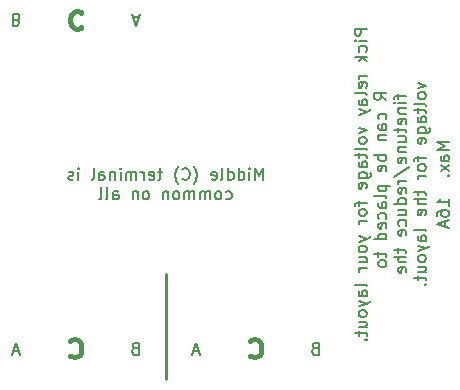
<source format=gbo>
G04 #@! TF.GenerationSoftware,KiCad,Pcbnew,(5.1.4)-1*
G04 #@! TF.CreationDate,2019-09-09T12:01:52+02:00*
G04 #@! TF.ProjectId,SwitchRelay,53776974-6368-4526-956c-61792e6b6963,1.0*
G04 #@! TF.SameCoordinates,Original*
G04 #@! TF.FileFunction,Legend,Bot*
G04 #@! TF.FilePolarity,Positive*
%FSLAX46Y46*%
G04 Gerber Fmt 4.6, Leading zero omitted, Abs format (unit mm)*
G04 Created by KiCad (PCBNEW (5.1.4)-1) date 2019-09-09 12:01:52*
%MOMM*%
%LPD*%
G04 APERTURE LIST*
%ADD10C,0.254000*%
%ADD11C,0.150000*%
%ADD12C,0.381000*%
%ADD13C,0.152400*%
G04 APERTURE END LIST*
D10*
X141605000Y-132715000D02*
X141605000Y-123825000D01*
D11*
X138993571Y-130103571D02*
X138850714Y-130151190D01*
X138803095Y-130198809D01*
X138755476Y-130294047D01*
X138755476Y-130436904D01*
X138803095Y-130532142D01*
X138850714Y-130579761D01*
X138945952Y-130627380D01*
X139326904Y-130627380D01*
X139326904Y-129627380D01*
X138993571Y-129627380D01*
X138898333Y-129675000D01*
X138850714Y-129722619D01*
X138803095Y-129817857D01*
X138803095Y-129913095D01*
X138850714Y-130008333D01*
X138898333Y-130055952D01*
X138993571Y-130103571D01*
X139326904Y-130103571D01*
X154233571Y-130103571D02*
X154090714Y-130151190D01*
X154043095Y-130198809D01*
X153995476Y-130294047D01*
X153995476Y-130436904D01*
X154043095Y-130532142D01*
X154090714Y-130579761D01*
X154185952Y-130627380D01*
X154566904Y-130627380D01*
X154566904Y-129627380D01*
X154233571Y-129627380D01*
X154138333Y-129675000D01*
X154090714Y-129722619D01*
X154043095Y-129817857D01*
X154043095Y-129913095D01*
X154090714Y-130008333D01*
X154138333Y-130055952D01*
X154233571Y-130103571D01*
X154566904Y-130103571D01*
X128976428Y-102306428D02*
X129119285Y-102258809D01*
X129166904Y-102211190D01*
X129214523Y-102115952D01*
X129214523Y-101973095D01*
X129166904Y-101877857D01*
X129119285Y-101830238D01*
X129024047Y-101782619D01*
X128643095Y-101782619D01*
X128643095Y-102782619D01*
X128976428Y-102782619D01*
X129071666Y-102735000D01*
X129119285Y-102687380D01*
X129166904Y-102592142D01*
X129166904Y-102496904D01*
X129119285Y-102401666D01*
X129071666Y-102354047D01*
X128976428Y-102306428D01*
X128643095Y-102306428D01*
X138826904Y-102068333D02*
X139303095Y-102068333D01*
X138731666Y-101782619D02*
X139065000Y-102782619D01*
X139398333Y-101782619D01*
X129143095Y-130341666D02*
X128666904Y-130341666D01*
X129238333Y-130627380D02*
X128905000Y-129627380D01*
X128571666Y-130627380D01*
X144383095Y-130341666D02*
X143906904Y-130341666D01*
X144478333Y-130627380D02*
X144145000Y-129627380D01*
X143811666Y-130627380D01*
X165552380Y-112633571D02*
X164552380Y-112633571D01*
X165266666Y-112966904D01*
X164552380Y-113300238D01*
X165552380Y-113300238D01*
X165552380Y-114205000D02*
X165028571Y-114205000D01*
X164933333Y-114157380D01*
X164885714Y-114062142D01*
X164885714Y-113871666D01*
X164933333Y-113776428D01*
X165504761Y-114205000D02*
X165552380Y-114109761D01*
X165552380Y-113871666D01*
X165504761Y-113776428D01*
X165409523Y-113728809D01*
X165314285Y-113728809D01*
X165219047Y-113776428D01*
X165171428Y-113871666D01*
X165171428Y-114109761D01*
X165123809Y-114205000D01*
X165552380Y-114585952D02*
X164885714Y-115109761D01*
X164885714Y-114585952D02*
X165552380Y-115109761D01*
X165457142Y-115490714D02*
X165504761Y-115538333D01*
X165552380Y-115490714D01*
X165504761Y-115443095D01*
X165457142Y-115490714D01*
X165552380Y-115490714D01*
X165552380Y-118014523D02*
X165552380Y-117443095D01*
X165552380Y-117728809D02*
X164552380Y-117728809D01*
X164695238Y-117633571D01*
X164790476Y-117538333D01*
X164838095Y-117443095D01*
X164552380Y-118871666D02*
X164552380Y-118681190D01*
X164600000Y-118585952D01*
X164647619Y-118538333D01*
X164790476Y-118443095D01*
X164980952Y-118395476D01*
X165361904Y-118395476D01*
X165457142Y-118443095D01*
X165504761Y-118490714D01*
X165552380Y-118585952D01*
X165552380Y-118776428D01*
X165504761Y-118871666D01*
X165457142Y-118919285D01*
X165361904Y-118966904D01*
X165123809Y-118966904D01*
X165028571Y-118919285D01*
X164980952Y-118871666D01*
X164933333Y-118776428D01*
X164933333Y-118585952D01*
X164980952Y-118490714D01*
X165028571Y-118443095D01*
X165123809Y-118395476D01*
X165266666Y-119347857D02*
X165266666Y-119824047D01*
X165552380Y-119252619D02*
X164552380Y-119585952D01*
X165552380Y-119919285D01*
X149819285Y-115832380D02*
X149819285Y-114832380D01*
X149485952Y-115546666D01*
X149152619Y-114832380D01*
X149152619Y-115832380D01*
X148676428Y-115832380D02*
X148676428Y-115165714D01*
X148676428Y-114832380D02*
X148724047Y-114880000D01*
X148676428Y-114927619D01*
X148628809Y-114880000D01*
X148676428Y-114832380D01*
X148676428Y-114927619D01*
X147771666Y-115832380D02*
X147771666Y-114832380D01*
X147771666Y-115784761D02*
X147866904Y-115832380D01*
X148057380Y-115832380D01*
X148152619Y-115784761D01*
X148200238Y-115737142D01*
X148247857Y-115641904D01*
X148247857Y-115356190D01*
X148200238Y-115260952D01*
X148152619Y-115213333D01*
X148057380Y-115165714D01*
X147866904Y-115165714D01*
X147771666Y-115213333D01*
X146866904Y-115832380D02*
X146866904Y-114832380D01*
X146866904Y-115784761D02*
X146962142Y-115832380D01*
X147152619Y-115832380D01*
X147247857Y-115784761D01*
X147295476Y-115737142D01*
X147343095Y-115641904D01*
X147343095Y-115356190D01*
X147295476Y-115260952D01*
X147247857Y-115213333D01*
X147152619Y-115165714D01*
X146962142Y-115165714D01*
X146866904Y-115213333D01*
X146247857Y-115832380D02*
X146343095Y-115784761D01*
X146390714Y-115689523D01*
X146390714Y-114832380D01*
X145485952Y-115784761D02*
X145581190Y-115832380D01*
X145771666Y-115832380D01*
X145866904Y-115784761D01*
X145914523Y-115689523D01*
X145914523Y-115308571D01*
X145866904Y-115213333D01*
X145771666Y-115165714D01*
X145581190Y-115165714D01*
X145485952Y-115213333D01*
X145438333Y-115308571D01*
X145438333Y-115403809D01*
X145914523Y-115499047D01*
X143962142Y-116213333D02*
X144009761Y-116165714D01*
X144105000Y-116022857D01*
X144152619Y-115927619D01*
X144200238Y-115784761D01*
X144247857Y-115546666D01*
X144247857Y-115356190D01*
X144200238Y-115118095D01*
X144152619Y-114975238D01*
X144105000Y-114880000D01*
X144009761Y-114737142D01*
X143962142Y-114689523D01*
X143009761Y-115737142D02*
X143057380Y-115784761D01*
X143200238Y-115832380D01*
X143295476Y-115832380D01*
X143438333Y-115784761D01*
X143533571Y-115689523D01*
X143581190Y-115594285D01*
X143628809Y-115403809D01*
X143628809Y-115260952D01*
X143581190Y-115070476D01*
X143533571Y-114975238D01*
X143438333Y-114880000D01*
X143295476Y-114832380D01*
X143200238Y-114832380D01*
X143057380Y-114880000D01*
X143009761Y-114927619D01*
X142676428Y-116213333D02*
X142628809Y-116165714D01*
X142533571Y-116022857D01*
X142485952Y-115927619D01*
X142438333Y-115784761D01*
X142390714Y-115546666D01*
X142390714Y-115356190D01*
X142438333Y-115118095D01*
X142485952Y-114975238D01*
X142533571Y-114880000D01*
X142628809Y-114737142D01*
X142676428Y-114689523D01*
X141295476Y-115165714D02*
X140914523Y-115165714D01*
X141152619Y-114832380D02*
X141152619Y-115689523D01*
X141105000Y-115784761D01*
X141009761Y-115832380D01*
X140914523Y-115832380D01*
X140200238Y-115784761D02*
X140295476Y-115832380D01*
X140485952Y-115832380D01*
X140581190Y-115784761D01*
X140628809Y-115689523D01*
X140628809Y-115308571D01*
X140581190Y-115213333D01*
X140485952Y-115165714D01*
X140295476Y-115165714D01*
X140200238Y-115213333D01*
X140152619Y-115308571D01*
X140152619Y-115403809D01*
X140628809Y-115499047D01*
X139724047Y-115832380D02*
X139724047Y-115165714D01*
X139724047Y-115356190D02*
X139676428Y-115260952D01*
X139628809Y-115213333D01*
X139533571Y-115165714D01*
X139438333Y-115165714D01*
X139105000Y-115832380D02*
X139105000Y-115165714D01*
X139105000Y-115260952D02*
X139057380Y-115213333D01*
X138962142Y-115165714D01*
X138819285Y-115165714D01*
X138724047Y-115213333D01*
X138676428Y-115308571D01*
X138676428Y-115832380D01*
X138676428Y-115308571D02*
X138628809Y-115213333D01*
X138533571Y-115165714D01*
X138390714Y-115165714D01*
X138295476Y-115213333D01*
X138247857Y-115308571D01*
X138247857Y-115832380D01*
X137771666Y-115832380D02*
X137771666Y-115165714D01*
X137771666Y-114832380D02*
X137819285Y-114880000D01*
X137771666Y-114927619D01*
X137724047Y-114880000D01*
X137771666Y-114832380D01*
X137771666Y-114927619D01*
X137295476Y-115165714D02*
X137295476Y-115832380D01*
X137295476Y-115260952D02*
X137247857Y-115213333D01*
X137152619Y-115165714D01*
X137009761Y-115165714D01*
X136914523Y-115213333D01*
X136866904Y-115308571D01*
X136866904Y-115832380D01*
X135962142Y-115832380D02*
X135962142Y-115308571D01*
X136009761Y-115213333D01*
X136105000Y-115165714D01*
X136295476Y-115165714D01*
X136390714Y-115213333D01*
X135962142Y-115784761D02*
X136057380Y-115832380D01*
X136295476Y-115832380D01*
X136390714Y-115784761D01*
X136438333Y-115689523D01*
X136438333Y-115594285D01*
X136390714Y-115499047D01*
X136295476Y-115451428D01*
X136057380Y-115451428D01*
X135962142Y-115403809D01*
X135343095Y-115832380D02*
X135438333Y-115784761D01*
X135485952Y-115689523D01*
X135485952Y-114832380D01*
X134200238Y-115832380D02*
X134200238Y-115165714D01*
X134200238Y-114832380D02*
X134247857Y-114880000D01*
X134200238Y-114927619D01*
X134152619Y-114880000D01*
X134200238Y-114832380D01*
X134200238Y-114927619D01*
X133771666Y-115784761D02*
X133676428Y-115832380D01*
X133485952Y-115832380D01*
X133390714Y-115784761D01*
X133343095Y-115689523D01*
X133343095Y-115641904D01*
X133390714Y-115546666D01*
X133485952Y-115499047D01*
X133628809Y-115499047D01*
X133724047Y-115451428D01*
X133771666Y-115356190D01*
X133771666Y-115308571D01*
X133724047Y-115213333D01*
X133628809Y-115165714D01*
X133485952Y-115165714D01*
X133390714Y-115213333D01*
X146700238Y-117434761D02*
X146795476Y-117482380D01*
X146985952Y-117482380D01*
X147081190Y-117434761D01*
X147128809Y-117387142D01*
X147176428Y-117291904D01*
X147176428Y-117006190D01*
X147128809Y-116910952D01*
X147081190Y-116863333D01*
X146985952Y-116815714D01*
X146795476Y-116815714D01*
X146700238Y-116863333D01*
X146128809Y-117482380D02*
X146224047Y-117434761D01*
X146271666Y-117387142D01*
X146319285Y-117291904D01*
X146319285Y-117006190D01*
X146271666Y-116910952D01*
X146224047Y-116863333D01*
X146128809Y-116815714D01*
X145985952Y-116815714D01*
X145890714Y-116863333D01*
X145843095Y-116910952D01*
X145795476Y-117006190D01*
X145795476Y-117291904D01*
X145843095Y-117387142D01*
X145890714Y-117434761D01*
X145985952Y-117482380D01*
X146128809Y-117482380D01*
X145366904Y-117482380D02*
X145366904Y-116815714D01*
X145366904Y-116910952D02*
X145319285Y-116863333D01*
X145224047Y-116815714D01*
X145081190Y-116815714D01*
X144985952Y-116863333D01*
X144938333Y-116958571D01*
X144938333Y-117482380D01*
X144938333Y-116958571D02*
X144890714Y-116863333D01*
X144795476Y-116815714D01*
X144652619Y-116815714D01*
X144557380Y-116863333D01*
X144509761Y-116958571D01*
X144509761Y-117482380D01*
X144033571Y-117482380D02*
X144033571Y-116815714D01*
X144033571Y-116910952D02*
X143985952Y-116863333D01*
X143890714Y-116815714D01*
X143747857Y-116815714D01*
X143652619Y-116863333D01*
X143604999Y-116958571D01*
X143604999Y-117482380D01*
X143604999Y-116958571D02*
X143557380Y-116863333D01*
X143462142Y-116815714D01*
X143319285Y-116815714D01*
X143224047Y-116863333D01*
X143176428Y-116958571D01*
X143176428Y-117482380D01*
X142557380Y-117482380D02*
X142652619Y-117434761D01*
X142700238Y-117387142D01*
X142747857Y-117291904D01*
X142747857Y-117006190D01*
X142700238Y-116910952D01*
X142652619Y-116863333D01*
X142557380Y-116815714D01*
X142414523Y-116815714D01*
X142319285Y-116863333D01*
X142271666Y-116910952D01*
X142224047Y-117006190D01*
X142224047Y-117291904D01*
X142271666Y-117387142D01*
X142319285Y-117434761D01*
X142414523Y-117482380D01*
X142557380Y-117482380D01*
X141795476Y-116815714D02*
X141795476Y-117482380D01*
X141795476Y-116910952D02*
X141747857Y-116863333D01*
X141652619Y-116815714D01*
X141509761Y-116815714D01*
X141414523Y-116863333D01*
X141366904Y-116958571D01*
X141366904Y-117482380D01*
X139985952Y-117482380D02*
X140081190Y-117434761D01*
X140128809Y-117387142D01*
X140176428Y-117291904D01*
X140176428Y-117006190D01*
X140128809Y-116910952D01*
X140081190Y-116863333D01*
X139985952Y-116815714D01*
X139843095Y-116815714D01*
X139747857Y-116863333D01*
X139700238Y-116910952D01*
X139652619Y-117006190D01*
X139652619Y-117291904D01*
X139700238Y-117387142D01*
X139747857Y-117434761D01*
X139843095Y-117482380D01*
X139985952Y-117482380D01*
X139224047Y-116815714D02*
X139224047Y-117482380D01*
X139224047Y-116910952D02*
X139176428Y-116863333D01*
X139081190Y-116815714D01*
X138938333Y-116815714D01*
X138843095Y-116863333D01*
X138795476Y-116958571D01*
X138795476Y-117482380D01*
X137128809Y-117482380D02*
X137128809Y-116958571D01*
X137176428Y-116863333D01*
X137271666Y-116815714D01*
X137462142Y-116815714D01*
X137557380Y-116863333D01*
X137128809Y-117434761D02*
X137224047Y-117482380D01*
X137462142Y-117482380D01*
X137557380Y-117434761D01*
X137604999Y-117339523D01*
X137604999Y-117244285D01*
X137557380Y-117149047D01*
X137462142Y-117101428D01*
X137224047Y-117101428D01*
X137128809Y-117053809D01*
X136509761Y-117482380D02*
X136604999Y-117434761D01*
X136652619Y-117339523D01*
X136652619Y-116482380D01*
X135985952Y-117482380D02*
X136081190Y-117434761D01*
X136128809Y-117339523D01*
X136128809Y-116482380D01*
D12*
X133513285Y-130719285D02*
X133585857Y-130791857D01*
X133803571Y-130864428D01*
X133948714Y-130864428D01*
X134166428Y-130791857D01*
X134311571Y-130646714D01*
X134384142Y-130501571D01*
X134456714Y-130211285D01*
X134456714Y-129993571D01*
X134384142Y-129703285D01*
X134311571Y-129558142D01*
X134166428Y-129413000D01*
X133948714Y-129340428D01*
X133803571Y-129340428D01*
X133585857Y-129413000D01*
X133513285Y-129485571D01*
X148753285Y-130719285D02*
X148825857Y-130791857D01*
X149043571Y-130864428D01*
X149188714Y-130864428D01*
X149406428Y-130791857D01*
X149551571Y-130646714D01*
X149624142Y-130501571D01*
X149696714Y-130211285D01*
X149696714Y-129993571D01*
X149624142Y-129703285D01*
X149551571Y-129558142D01*
X149406428Y-129413000D01*
X149188714Y-129340428D01*
X149043571Y-129340428D01*
X148825857Y-129413000D01*
X148753285Y-129485571D01*
X134456714Y-101690714D02*
X134384142Y-101618142D01*
X134166428Y-101545571D01*
X134021285Y-101545571D01*
X133803571Y-101618142D01*
X133658428Y-101763285D01*
X133585857Y-101908428D01*
X133513285Y-102198714D01*
X133513285Y-102416428D01*
X133585857Y-102706714D01*
X133658428Y-102851857D01*
X133803571Y-102997000D01*
X134021285Y-103069571D01*
X134166428Y-103069571D01*
X134384142Y-102997000D01*
X134456714Y-102924428D01*
D13*
X158600019Y-103045380D02*
X157584019Y-103045380D01*
X157584019Y-103432428D01*
X157632400Y-103529190D01*
X157680780Y-103577571D01*
X157777542Y-103625952D01*
X157922685Y-103625952D01*
X158019447Y-103577571D01*
X158067828Y-103529190D01*
X158116209Y-103432428D01*
X158116209Y-103045380D01*
X158600019Y-104061380D02*
X157922685Y-104061380D01*
X157584019Y-104061380D02*
X157632400Y-104013000D01*
X157680780Y-104061380D01*
X157632400Y-104109761D01*
X157584019Y-104061380D01*
X157680780Y-104061380D01*
X158551638Y-104980619D02*
X158600019Y-104883857D01*
X158600019Y-104690333D01*
X158551638Y-104593571D01*
X158503257Y-104545190D01*
X158406495Y-104496809D01*
X158116209Y-104496809D01*
X158019447Y-104545190D01*
X157971066Y-104593571D01*
X157922685Y-104690333D01*
X157922685Y-104883857D01*
X157971066Y-104980619D01*
X158600019Y-105416047D02*
X157584019Y-105416047D01*
X158212971Y-105512809D02*
X158600019Y-105803095D01*
X157922685Y-105803095D02*
X158309733Y-105416047D01*
X158600019Y-107012619D02*
X157922685Y-107012619D01*
X158116209Y-107012619D02*
X158019447Y-107061000D01*
X157971066Y-107109380D01*
X157922685Y-107206142D01*
X157922685Y-107302904D01*
X158551638Y-108028619D02*
X158600019Y-107931857D01*
X158600019Y-107738333D01*
X158551638Y-107641571D01*
X158454876Y-107593190D01*
X158067828Y-107593190D01*
X157971066Y-107641571D01*
X157922685Y-107738333D01*
X157922685Y-107931857D01*
X157971066Y-108028619D01*
X158067828Y-108077000D01*
X158164590Y-108077000D01*
X158261352Y-107593190D01*
X158600019Y-108657571D02*
X158551638Y-108560809D01*
X158454876Y-108512428D01*
X157584019Y-108512428D01*
X158600019Y-109480047D02*
X158067828Y-109480047D01*
X157971066Y-109431666D01*
X157922685Y-109334904D01*
X157922685Y-109141380D01*
X157971066Y-109044619D01*
X158551638Y-109480047D02*
X158600019Y-109383285D01*
X158600019Y-109141380D01*
X158551638Y-109044619D01*
X158454876Y-108996238D01*
X158358114Y-108996238D01*
X158261352Y-109044619D01*
X158212971Y-109141380D01*
X158212971Y-109383285D01*
X158164590Y-109480047D01*
X157922685Y-109867095D02*
X158600019Y-110109000D01*
X157922685Y-110350904D02*
X158600019Y-110109000D01*
X158841923Y-110012238D01*
X158890304Y-109963857D01*
X158938685Y-109867095D01*
X157922685Y-111415285D02*
X158600019Y-111657190D01*
X157922685Y-111899095D01*
X158600019Y-112431285D02*
X158551638Y-112334523D01*
X158503257Y-112286142D01*
X158406495Y-112237761D01*
X158116209Y-112237761D01*
X158019447Y-112286142D01*
X157971066Y-112334523D01*
X157922685Y-112431285D01*
X157922685Y-112576428D01*
X157971066Y-112673190D01*
X158019447Y-112721571D01*
X158116209Y-112769952D01*
X158406495Y-112769952D01*
X158503257Y-112721571D01*
X158551638Y-112673190D01*
X158600019Y-112576428D01*
X158600019Y-112431285D01*
X158600019Y-113350523D02*
X158551638Y-113253761D01*
X158454876Y-113205380D01*
X157584019Y-113205380D01*
X157922685Y-113592428D02*
X157922685Y-113979476D01*
X157584019Y-113737571D02*
X158454876Y-113737571D01*
X158551638Y-113785952D01*
X158600019Y-113882714D01*
X158600019Y-113979476D01*
X158600019Y-114753571D02*
X158067828Y-114753571D01*
X157971066Y-114705190D01*
X157922685Y-114608428D01*
X157922685Y-114414904D01*
X157971066Y-114318142D01*
X158551638Y-114753571D02*
X158600019Y-114656809D01*
X158600019Y-114414904D01*
X158551638Y-114318142D01*
X158454876Y-114269761D01*
X158358114Y-114269761D01*
X158261352Y-114318142D01*
X158212971Y-114414904D01*
X158212971Y-114656809D01*
X158164590Y-114753571D01*
X157922685Y-115672809D02*
X158745161Y-115672809D01*
X158841923Y-115624428D01*
X158890304Y-115576047D01*
X158938685Y-115479285D01*
X158938685Y-115334142D01*
X158890304Y-115237380D01*
X158551638Y-115672809D02*
X158600019Y-115576047D01*
X158600019Y-115382523D01*
X158551638Y-115285761D01*
X158503257Y-115237380D01*
X158406495Y-115189000D01*
X158116209Y-115189000D01*
X158019447Y-115237380D01*
X157971066Y-115285761D01*
X157922685Y-115382523D01*
X157922685Y-115576047D01*
X157971066Y-115672809D01*
X158551638Y-116543666D02*
X158600019Y-116446904D01*
X158600019Y-116253380D01*
X158551638Y-116156619D01*
X158454876Y-116108238D01*
X158067828Y-116108238D01*
X157971066Y-116156619D01*
X157922685Y-116253380D01*
X157922685Y-116446904D01*
X157971066Y-116543666D01*
X158067828Y-116592047D01*
X158164590Y-116592047D01*
X158261352Y-116108238D01*
X157922685Y-117656428D02*
X157922685Y-118043476D01*
X158600019Y-117801571D02*
X157729161Y-117801571D01*
X157632400Y-117849952D01*
X157584019Y-117946714D01*
X157584019Y-118043476D01*
X158600019Y-118527285D02*
X158551638Y-118430523D01*
X158503257Y-118382142D01*
X158406495Y-118333761D01*
X158116209Y-118333761D01*
X158019447Y-118382142D01*
X157971066Y-118430523D01*
X157922685Y-118527285D01*
X157922685Y-118672428D01*
X157971066Y-118769190D01*
X158019447Y-118817571D01*
X158116209Y-118865952D01*
X158406495Y-118865952D01*
X158503257Y-118817571D01*
X158551638Y-118769190D01*
X158600019Y-118672428D01*
X158600019Y-118527285D01*
X158600019Y-119301380D02*
X157922685Y-119301380D01*
X158116209Y-119301380D02*
X158019447Y-119349761D01*
X157971066Y-119398142D01*
X157922685Y-119494904D01*
X157922685Y-119591666D01*
X157922685Y-120607666D02*
X158600019Y-120849571D01*
X157922685Y-121091476D02*
X158600019Y-120849571D01*
X158841923Y-120752809D01*
X158890304Y-120704428D01*
X158938685Y-120607666D01*
X158600019Y-121623666D02*
X158551638Y-121526904D01*
X158503257Y-121478523D01*
X158406495Y-121430142D01*
X158116209Y-121430142D01*
X158019447Y-121478523D01*
X157971066Y-121526904D01*
X157922685Y-121623666D01*
X157922685Y-121768809D01*
X157971066Y-121865571D01*
X158019447Y-121913952D01*
X158116209Y-121962333D01*
X158406495Y-121962333D01*
X158503257Y-121913952D01*
X158551638Y-121865571D01*
X158600019Y-121768809D01*
X158600019Y-121623666D01*
X157922685Y-122833190D02*
X158600019Y-122833190D01*
X157922685Y-122397761D02*
X158454876Y-122397761D01*
X158551638Y-122446142D01*
X158600019Y-122542904D01*
X158600019Y-122688047D01*
X158551638Y-122784809D01*
X158503257Y-122833190D01*
X158600019Y-123317000D02*
X157922685Y-123317000D01*
X158116209Y-123317000D02*
X158019447Y-123365380D01*
X157971066Y-123413761D01*
X157922685Y-123510523D01*
X157922685Y-123607285D01*
X158600019Y-124865190D02*
X158551638Y-124768428D01*
X158454876Y-124720047D01*
X157584019Y-124720047D01*
X158600019Y-125687666D02*
X158067828Y-125687666D01*
X157971066Y-125639285D01*
X157922685Y-125542523D01*
X157922685Y-125349000D01*
X157971066Y-125252238D01*
X158551638Y-125687666D02*
X158600019Y-125590904D01*
X158600019Y-125349000D01*
X158551638Y-125252238D01*
X158454876Y-125203857D01*
X158358114Y-125203857D01*
X158261352Y-125252238D01*
X158212971Y-125349000D01*
X158212971Y-125590904D01*
X158164590Y-125687666D01*
X157922685Y-126074714D02*
X158600019Y-126316619D01*
X157922685Y-126558523D02*
X158600019Y-126316619D01*
X158841923Y-126219857D01*
X158890304Y-126171476D01*
X158938685Y-126074714D01*
X158600019Y-127090714D02*
X158551638Y-126993952D01*
X158503257Y-126945571D01*
X158406495Y-126897190D01*
X158116209Y-126897190D01*
X158019447Y-126945571D01*
X157971066Y-126993952D01*
X157922685Y-127090714D01*
X157922685Y-127235857D01*
X157971066Y-127332619D01*
X158019447Y-127381000D01*
X158116209Y-127429380D01*
X158406495Y-127429380D01*
X158503257Y-127381000D01*
X158551638Y-127332619D01*
X158600019Y-127235857D01*
X158600019Y-127090714D01*
X157922685Y-128300238D02*
X158600019Y-128300238D01*
X157922685Y-127864809D02*
X158454876Y-127864809D01*
X158551638Y-127913190D01*
X158600019Y-128009952D01*
X158600019Y-128155095D01*
X158551638Y-128251857D01*
X158503257Y-128300238D01*
X157922685Y-128638904D02*
X157922685Y-129025952D01*
X157584019Y-128784047D02*
X158454876Y-128784047D01*
X158551638Y-128832428D01*
X158600019Y-128929190D01*
X158600019Y-129025952D01*
X158503257Y-129364619D02*
X158551638Y-129413000D01*
X158600019Y-129364619D01*
X158551638Y-129316238D01*
X158503257Y-129364619D01*
X158600019Y-129364619D01*
X160276419Y-109068809D02*
X159792609Y-108730142D01*
X160276419Y-108488238D02*
X159260419Y-108488238D01*
X159260419Y-108875285D01*
X159308800Y-108972047D01*
X159357180Y-109020428D01*
X159453942Y-109068809D01*
X159599085Y-109068809D01*
X159695847Y-109020428D01*
X159744228Y-108972047D01*
X159792609Y-108875285D01*
X159792609Y-108488238D01*
X160228038Y-110713761D02*
X160276419Y-110617000D01*
X160276419Y-110423476D01*
X160228038Y-110326714D01*
X160179657Y-110278333D01*
X160082895Y-110229952D01*
X159792609Y-110229952D01*
X159695847Y-110278333D01*
X159647466Y-110326714D01*
X159599085Y-110423476D01*
X159599085Y-110617000D01*
X159647466Y-110713761D01*
X160276419Y-111584619D02*
X159744228Y-111584619D01*
X159647466Y-111536238D01*
X159599085Y-111439476D01*
X159599085Y-111245952D01*
X159647466Y-111149190D01*
X160228038Y-111584619D02*
X160276419Y-111487857D01*
X160276419Y-111245952D01*
X160228038Y-111149190D01*
X160131276Y-111100809D01*
X160034514Y-111100809D01*
X159937752Y-111149190D01*
X159889371Y-111245952D01*
X159889371Y-111487857D01*
X159840990Y-111584619D01*
X159599085Y-112068428D02*
X160276419Y-112068428D01*
X159695847Y-112068428D02*
X159647466Y-112116809D01*
X159599085Y-112213571D01*
X159599085Y-112358714D01*
X159647466Y-112455476D01*
X159744228Y-112503857D01*
X160276419Y-112503857D01*
X160276419Y-113761761D02*
X159260419Y-113761761D01*
X159647466Y-113761761D02*
X159599085Y-113858523D01*
X159599085Y-114052047D01*
X159647466Y-114148809D01*
X159695847Y-114197190D01*
X159792609Y-114245571D01*
X160082895Y-114245571D01*
X160179657Y-114197190D01*
X160228038Y-114148809D01*
X160276419Y-114052047D01*
X160276419Y-113858523D01*
X160228038Y-113761761D01*
X160228038Y-115068047D02*
X160276419Y-114971285D01*
X160276419Y-114777761D01*
X160228038Y-114681000D01*
X160131276Y-114632619D01*
X159744228Y-114632619D01*
X159647466Y-114681000D01*
X159599085Y-114777761D01*
X159599085Y-114971285D01*
X159647466Y-115068047D01*
X159744228Y-115116428D01*
X159840990Y-115116428D01*
X159937752Y-114632619D01*
X159599085Y-116325952D02*
X160615085Y-116325952D01*
X159647466Y-116325952D02*
X159599085Y-116422714D01*
X159599085Y-116616238D01*
X159647466Y-116713000D01*
X159695847Y-116761380D01*
X159792609Y-116809761D01*
X160082895Y-116809761D01*
X160179657Y-116761380D01*
X160228038Y-116713000D01*
X160276419Y-116616238D01*
X160276419Y-116422714D01*
X160228038Y-116325952D01*
X160276419Y-117390333D02*
X160228038Y-117293571D01*
X160131276Y-117245190D01*
X159260419Y-117245190D01*
X160276419Y-118212809D02*
X159744228Y-118212809D01*
X159647466Y-118164428D01*
X159599085Y-118067666D01*
X159599085Y-117874142D01*
X159647466Y-117777380D01*
X160228038Y-118212809D02*
X160276419Y-118116047D01*
X160276419Y-117874142D01*
X160228038Y-117777380D01*
X160131276Y-117729000D01*
X160034514Y-117729000D01*
X159937752Y-117777380D01*
X159889371Y-117874142D01*
X159889371Y-118116047D01*
X159840990Y-118212809D01*
X160228038Y-119132047D02*
X160276419Y-119035285D01*
X160276419Y-118841761D01*
X160228038Y-118745000D01*
X160179657Y-118696619D01*
X160082895Y-118648238D01*
X159792609Y-118648238D01*
X159695847Y-118696619D01*
X159647466Y-118745000D01*
X159599085Y-118841761D01*
X159599085Y-119035285D01*
X159647466Y-119132047D01*
X160228038Y-119954523D02*
X160276419Y-119857761D01*
X160276419Y-119664238D01*
X160228038Y-119567476D01*
X160131276Y-119519095D01*
X159744228Y-119519095D01*
X159647466Y-119567476D01*
X159599085Y-119664238D01*
X159599085Y-119857761D01*
X159647466Y-119954523D01*
X159744228Y-120002904D01*
X159840990Y-120002904D01*
X159937752Y-119519095D01*
X160276419Y-120873761D02*
X159260419Y-120873761D01*
X160228038Y-120873761D02*
X160276419Y-120777000D01*
X160276419Y-120583476D01*
X160228038Y-120486714D01*
X160179657Y-120438333D01*
X160082895Y-120389952D01*
X159792609Y-120389952D01*
X159695847Y-120438333D01*
X159647466Y-120486714D01*
X159599085Y-120583476D01*
X159599085Y-120777000D01*
X159647466Y-120873761D01*
X159599085Y-121986523D02*
X159599085Y-122373571D01*
X159260419Y-122131666D02*
X160131276Y-122131666D01*
X160228038Y-122180047D01*
X160276419Y-122276809D01*
X160276419Y-122373571D01*
X160276419Y-122857380D02*
X160228038Y-122760619D01*
X160179657Y-122712238D01*
X160082895Y-122663857D01*
X159792609Y-122663857D01*
X159695847Y-122712238D01*
X159647466Y-122760619D01*
X159599085Y-122857380D01*
X159599085Y-123002523D01*
X159647466Y-123099285D01*
X159695847Y-123147666D01*
X159792609Y-123196047D01*
X160082895Y-123196047D01*
X160179657Y-123147666D01*
X160228038Y-123099285D01*
X160276419Y-123002523D01*
X160276419Y-122857380D01*
X161275485Y-108585000D02*
X161275485Y-108972047D01*
X161952819Y-108730142D02*
X161081961Y-108730142D01*
X160985200Y-108778523D01*
X160936819Y-108875285D01*
X160936819Y-108972047D01*
X161952819Y-109310714D02*
X161275485Y-109310714D01*
X160936819Y-109310714D02*
X160985200Y-109262333D01*
X161033580Y-109310714D01*
X160985200Y-109359095D01*
X160936819Y-109310714D01*
X161033580Y-109310714D01*
X161275485Y-109794523D02*
X161952819Y-109794523D01*
X161372247Y-109794523D02*
X161323866Y-109842904D01*
X161275485Y-109939666D01*
X161275485Y-110084809D01*
X161323866Y-110181571D01*
X161420628Y-110229952D01*
X161952819Y-110229952D01*
X161904438Y-111100809D02*
X161952819Y-111004047D01*
X161952819Y-110810523D01*
X161904438Y-110713761D01*
X161807676Y-110665380D01*
X161420628Y-110665380D01*
X161323866Y-110713761D01*
X161275485Y-110810523D01*
X161275485Y-111004047D01*
X161323866Y-111100809D01*
X161420628Y-111149190D01*
X161517390Y-111149190D01*
X161614152Y-110665380D01*
X161275485Y-111439476D02*
X161275485Y-111826523D01*
X160936819Y-111584619D02*
X161807676Y-111584619D01*
X161904438Y-111633000D01*
X161952819Y-111729761D01*
X161952819Y-111826523D01*
X161275485Y-112600619D02*
X161952819Y-112600619D01*
X161275485Y-112165190D02*
X161807676Y-112165190D01*
X161904438Y-112213571D01*
X161952819Y-112310333D01*
X161952819Y-112455476D01*
X161904438Y-112552238D01*
X161856057Y-112600619D01*
X161275485Y-113084428D02*
X161952819Y-113084428D01*
X161372247Y-113084428D02*
X161323866Y-113132809D01*
X161275485Y-113229571D01*
X161275485Y-113374714D01*
X161323866Y-113471476D01*
X161420628Y-113519857D01*
X161952819Y-113519857D01*
X161904438Y-114390714D02*
X161952819Y-114293952D01*
X161952819Y-114100428D01*
X161904438Y-114003666D01*
X161807676Y-113955285D01*
X161420628Y-113955285D01*
X161323866Y-114003666D01*
X161275485Y-114100428D01*
X161275485Y-114293952D01*
X161323866Y-114390714D01*
X161420628Y-114439095D01*
X161517390Y-114439095D01*
X161614152Y-113955285D01*
X160888438Y-115600238D02*
X162194723Y-114729380D01*
X161952819Y-115938904D02*
X161275485Y-115938904D01*
X161469009Y-115938904D02*
X161372247Y-115987285D01*
X161323866Y-116035666D01*
X161275485Y-116132428D01*
X161275485Y-116229190D01*
X161904438Y-116954904D02*
X161952819Y-116858142D01*
X161952819Y-116664619D01*
X161904438Y-116567857D01*
X161807676Y-116519476D01*
X161420628Y-116519476D01*
X161323866Y-116567857D01*
X161275485Y-116664619D01*
X161275485Y-116858142D01*
X161323866Y-116954904D01*
X161420628Y-117003285D01*
X161517390Y-117003285D01*
X161614152Y-116519476D01*
X161952819Y-117874142D02*
X160936819Y-117874142D01*
X161904438Y-117874142D02*
X161952819Y-117777380D01*
X161952819Y-117583857D01*
X161904438Y-117487095D01*
X161856057Y-117438714D01*
X161759295Y-117390333D01*
X161469009Y-117390333D01*
X161372247Y-117438714D01*
X161323866Y-117487095D01*
X161275485Y-117583857D01*
X161275485Y-117777380D01*
X161323866Y-117874142D01*
X161275485Y-118793380D02*
X161952819Y-118793380D01*
X161275485Y-118357952D02*
X161807676Y-118357952D01*
X161904438Y-118406333D01*
X161952819Y-118503095D01*
X161952819Y-118648238D01*
X161904438Y-118745000D01*
X161856057Y-118793380D01*
X161904438Y-119712619D02*
X161952819Y-119615857D01*
X161952819Y-119422333D01*
X161904438Y-119325571D01*
X161856057Y-119277190D01*
X161759295Y-119228809D01*
X161469009Y-119228809D01*
X161372247Y-119277190D01*
X161323866Y-119325571D01*
X161275485Y-119422333D01*
X161275485Y-119615857D01*
X161323866Y-119712619D01*
X161904438Y-120535095D02*
X161952819Y-120438333D01*
X161952819Y-120244809D01*
X161904438Y-120148047D01*
X161807676Y-120099666D01*
X161420628Y-120099666D01*
X161323866Y-120148047D01*
X161275485Y-120244809D01*
X161275485Y-120438333D01*
X161323866Y-120535095D01*
X161420628Y-120583476D01*
X161517390Y-120583476D01*
X161614152Y-120099666D01*
X161275485Y-121647857D02*
X161275485Y-122034904D01*
X160936819Y-121793000D02*
X161807676Y-121793000D01*
X161904438Y-121841380D01*
X161952819Y-121938142D01*
X161952819Y-122034904D01*
X161952819Y-122373571D02*
X160936819Y-122373571D01*
X161952819Y-122809000D02*
X161420628Y-122809000D01*
X161323866Y-122760619D01*
X161275485Y-122663857D01*
X161275485Y-122518714D01*
X161323866Y-122421952D01*
X161372247Y-122373571D01*
X161904438Y-123679857D02*
X161952819Y-123583095D01*
X161952819Y-123389571D01*
X161904438Y-123292809D01*
X161807676Y-123244428D01*
X161420628Y-123244428D01*
X161323866Y-123292809D01*
X161275485Y-123389571D01*
X161275485Y-123583095D01*
X161323866Y-123679857D01*
X161420628Y-123728238D01*
X161517390Y-123728238D01*
X161614152Y-123244428D01*
X162951885Y-107617380D02*
X163629219Y-107859285D01*
X162951885Y-108101190D01*
X163629219Y-108633380D02*
X163580838Y-108536619D01*
X163532457Y-108488238D01*
X163435695Y-108439857D01*
X163145409Y-108439857D01*
X163048647Y-108488238D01*
X163000266Y-108536619D01*
X162951885Y-108633380D01*
X162951885Y-108778523D01*
X163000266Y-108875285D01*
X163048647Y-108923666D01*
X163145409Y-108972047D01*
X163435695Y-108972047D01*
X163532457Y-108923666D01*
X163580838Y-108875285D01*
X163629219Y-108778523D01*
X163629219Y-108633380D01*
X163629219Y-109552619D02*
X163580838Y-109455857D01*
X163484076Y-109407476D01*
X162613219Y-109407476D01*
X162951885Y-109794523D02*
X162951885Y-110181571D01*
X162613219Y-109939666D02*
X163484076Y-109939666D01*
X163580838Y-109988047D01*
X163629219Y-110084809D01*
X163629219Y-110181571D01*
X163629219Y-110955666D02*
X163097028Y-110955666D01*
X163000266Y-110907285D01*
X162951885Y-110810523D01*
X162951885Y-110617000D01*
X163000266Y-110520238D01*
X163580838Y-110955666D02*
X163629219Y-110858904D01*
X163629219Y-110617000D01*
X163580838Y-110520238D01*
X163484076Y-110471857D01*
X163387314Y-110471857D01*
X163290552Y-110520238D01*
X163242171Y-110617000D01*
X163242171Y-110858904D01*
X163193790Y-110955666D01*
X162951885Y-111874904D02*
X163774361Y-111874904D01*
X163871123Y-111826523D01*
X163919504Y-111778142D01*
X163967885Y-111681380D01*
X163967885Y-111536238D01*
X163919504Y-111439476D01*
X163580838Y-111874904D02*
X163629219Y-111778142D01*
X163629219Y-111584619D01*
X163580838Y-111487857D01*
X163532457Y-111439476D01*
X163435695Y-111391095D01*
X163145409Y-111391095D01*
X163048647Y-111439476D01*
X163000266Y-111487857D01*
X162951885Y-111584619D01*
X162951885Y-111778142D01*
X163000266Y-111874904D01*
X163580838Y-112745761D02*
X163629219Y-112649000D01*
X163629219Y-112455476D01*
X163580838Y-112358714D01*
X163484076Y-112310333D01*
X163097028Y-112310333D01*
X163000266Y-112358714D01*
X162951885Y-112455476D01*
X162951885Y-112649000D01*
X163000266Y-112745761D01*
X163097028Y-112794142D01*
X163193790Y-112794142D01*
X163290552Y-112310333D01*
X162951885Y-113858523D02*
X162951885Y-114245571D01*
X163629219Y-114003666D02*
X162758361Y-114003666D01*
X162661600Y-114052047D01*
X162613219Y-114148809D01*
X162613219Y-114245571D01*
X163629219Y-114729380D02*
X163580838Y-114632619D01*
X163532457Y-114584238D01*
X163435695Y-114535857D01*
X163145409Y-114535857D01*
X163048647Y-114584238D01*
X163000266Y-114632619D01*
X162951885Y-114729380D01*
X162951885Y-114874523D01*
X163000266Y-114971285D01*
X163048647Y-115019666D01*
X163145409Y-115068047D01*
X163435695Y-115068047D01*
X163532457Y-115019666D01*
X163580838Y-114971285D01*
X163629219Y-114874523D01*
X163629219Y-114729380D01*
X163629219Y-115503476D02*
X162951885Y-115503476D01*
X163145409Y-115503476D02*
X163048647Y-115551857D01*
X163000266Y-115600238D01*
X162951885Y-115697000D01*
X162951885Y-115793761D01*
X162951885Y-116761380D02*
X162951885Y-117148428D01*
X162613219Y-116906523D02*
X163484076Y-116906523D01*
X163580838Y-116954904D01*
X163629219Y-117051666D01*
X163629219Y-117148428D01*
X163629219Y-117487095D02*
X162613219Y-117487095D01*
X163629219Y-117922523D02*
X163097028Y-117922523D01*
X163000266Y-117874142D01*
X162951885Y-117777380D01*
X162951885Y-117632238D01*
X163000266Y-117535476D01*
X163048647Y-117487095D01*
X163580838Y-118793380D02*
X163629219Y-118696619D01*
X163629219Y-118503095D01*
X163580838Y-118406333D01*
X163484076Y-118357952D01*
X163097028Y-118357952D01*
X163000266Y-118406333D01*
X162951885Y-118503095D01*
X162951885Y-118696619D01*
X163000266Y-118793380D01*
X163097028Y-118841761D01*
X163193790Y-118841761D01*
X163290552Y-118357952D01*
X163629219Y-120196428D02*
X163580838Y-120099666D01*
X163484076Y-120051285D01*
X162613219Y-120051285D01*
X163629219Y-121018904D02*
X163097028Y-121018904D01*
X163000266Y-120970523D01*
X162951885Y-120873761D01*
X162951885Y-120680238D01*
X163000266Y-120583476D01*
X163580838Y-121018904D02*
X163629219Y-120922142D01*
X163629219Y-120680238D01*
X163580838Y-120583476D01*
X163484076Y-120535095D01*
X163387314Y-120535095D01*
X163290552Y-120583476D01*
X163242171Y-120680238D01*
X163242171Y-120922142D01*
X163193790Y-121018904D01*
X162951885Y-121405952D02*
X163629219Y-121647857D01*
X162951885Y-121889761D02*
X163629219Y-121647857D01*
X163871123Y-121551095D01*
X163919504Y-121502714D01*
X163967885Y-121405952D01*
X163629219Y-122421952D02*
X163580838Y-122325190D01*
X163532457Y-122276809D01*
X163435695Y-122228428D01*
X163145409Y-122228428D01*
X163048647Y-122276809D01*
X163000266Y-122325190D01*
X162951885Y-122421952D01*
X162951885Y-122567095D01*
X163000266Y-122663857D01*
X163048647Y-122712238D01*
X163145409Y-122760619D01*
X163435695Y-122760619D01*
X163532457Y-122712238D01*
X163580838Y-122663857D01*
X163629219Y-122567095D01*
X163629219Y-122421952D01*
X162951885Y-123631476D02*
X163629219Y-123631476D01*
X162951885Y-123196047D02*
X163484076Y-123196047D01*
X163580838Y-123244428D01*
X163629219Y-123341190D01*
X163629219Y-123486333D01*
X163580838Y-123583095D01*
X163532457Y-123631476D01*
X162951885Y-123970142D02*
X162951885Y-124357190D01*
X162613219Y-124115285D02*
X163484076Y-124115285D01*
X163580838Y-124163666D01*
X163629219Y-124260428D01*
X163629219Y-124357190D01*
X163532457Y-124695857D02*
X163580838Y-124744238D01*
X163629219Y-124695857D01*
X163580838Y-124647476D01*
X163532457Y-124695857D01*
X163629219Y-124695857D01*
M02*

</source>
